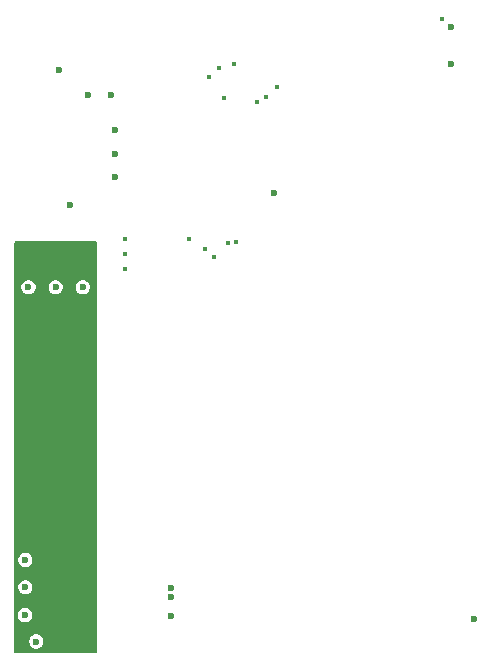
<source format=gbr>
%TF.GenerationSoftware,KiCad,Pcbnew,9.0.6*%
%TF.CreationDate,2026-01-17T11:58:25+01:00*%
%TF.ProjectId,peak,7065616b-2e6b-4696-9361-645f70636258,rev?*%
%TF.SameCoordinates,Original*%
%TF.FileFunction,Copper,L3,Inr*%
%TF.FilePolarity,Positive*%
%FSLAX46Y46*%
G04 Gerber Fmt 4.6, Leading zero omitted, Abs format (unit mm)*
G04 Created by KiCad (PCBNEW 9.0.6) date 2026-01-17 11:58:25*
%MOMM*%
%LPD*%
G01*
G04 APERTURE LIST*
%TA.AperFunction,ViaPad*%
%ADD10C,0.600000*%
%TD*%
%TA.AperFunction,ViaPad*%
%ADD11C,0.450000*%
%TD*%
G04 APERTURE END LIST*
D10*
%TO.N,GND*%
X200053100Y-124700001D03*
X200053100Y-125450001D03*
X200053100Y-127000001D03*
X188653100Y-129200001D03*
X187703100Y-126950001D03*
X187728100Y-124600001D03*
X187728100Y-122300001D03*
D11*
X223003100Y-76475001D03*
X205433100Y-80270001D03*
D10*
X191503100Y-92200001D03*
X195028100Y-82925001D03*
X190303100Y-99200001D03*
X208803100Y-91200001D03*
X188003100Y-99200001D03*
X223733100Y-77150001D03*
D11*
X203253100Y-81390001D03*
X209023100Y-82270001D03*
D10*
X193028100Y-82925001D03*
X195303100Y-89850001D03*
D11*
X208153100Y-83060001D03*
X204123100Y-80620001D03*
D10*
X192603100Y-99200001D03*
X190553100Y-80800001D03*
D11*
X207373100Y-83480001D03*
D10*
X223753100Y-80290001D03*
X195303100Y-85900001D03*
X225753100Y-127300001D03*
D11*
X204533100Y-83210001D03*
D10*
X195303100Y-87890001D03*
D11*
%TO.N,+3.3V*%
X201553100Y-95090001D03*
X205613100Y-95370001D03*
%TO.N,/MCU/FLASH_CS*%
X202963100Y-95935001D03*
X196153100Y-95090001D03*
%TO.N,/MCU/FLASH_WP*%
X196153100Y-97630001D03*
X203713100Y-96623001D03*
%TO.N,/MCU/FLASH_Q*%
X204853100Y-95440001D03*
X196153100Y-96360001D03*
%TD*%
%TA.AperFunction,Conductor*%
%TO.N,VBUS*%
G36*
X193746139Y-95319686D02*
G01*
X193791894Y-95372490D01*
X193803100Y-95424001D01*
X193803100Y-130076001D01*
X193783415Y-130143040D01*
X193730611Y-130188795D01*
X193679100Y-130200001D01*
X186927100Y-130200001D01*
X186860061Y-130180316D01*
X186814306Y-130127512D01*
X186803100Y-130076001D01*
X186803100Y-129120944D01*
X188052600Y-129120944D01*
X188052600Y-129279058D01*
X188091572Y-129424501D01*
X188093523Y-129431784D01*
X188093526Y-129431791D01*
X188172575Y-129568710D01*
X188172579Y-129568715D01*
X188172580Y-129568717D01*
X188284384Y-129680521D01*
X188284386Y-129680522D01*
X188284390Y-129680525D01*
X188420504Y-129759109D01*
X188421316Y-129759578D01*
X188574043Y-129800501D01*
X188574045Y-129800501D01*
X188732155Y-129800501D01*
X188732157Y-129800501D01*
X188884884Y-129759578D01*
X189021816Y-129680521D01*
X189133620Y-129568717D01*
X189212677Y-129431785D01*
X189253600Y-129279058D01*
X189253600Y-129120944D01*
X189212677Y-128968217D01*
X189212673Y-128968210D01*
X189133624Y-128831291D01*
X189133618Y-128831283D01*
X189021817Y-128719482D01*
X189021809Y-128719476D01*
X188884890Y-128640427D01*
X188884886Y-128640425D01*
X188884884Y-128640424D01*
X188732157Y-128599501D01*
X188574043Y-128599501D01*
X188421316Y-128640424D01*
X188421309Y-128640427D01*
X188284390Y-128719476D01*
X188284382Y-128719482D01*
X188172581Y-128831283D01*
X188172575Y-128831291D01*
X188093526Y-128968210D01*
X188093523Y-128968217D01*
X188052600Y-129120944D01*
X186803100Y-129120944D01*
X186803100Y-126870944D01*
X187102600Y-126870944D01*
X187102600Y-127029057D01*
X187143523Y-127181784D01*
X187143526Y-127181791D01*
X187222575Y-127318710D01*
X187222579Y-127318715D01*
X187222580Y-127318717D01*
X187334384Y-127430521D01*
X187334386Y-127430522D01*
X187334390Y-127430525D01*
X187471309Y-127509574D01*
X187471316Y-127509578D01*
X187624043Y-127550501D01*
X187624045Y-127550501D01*
X187782155Y-127550501D01*
X187782157Y-127550501D01*
X187934884Y-127509578D01*
X188071816Y-127430521D01*
X188183620Y-127318717D01*
X188262677Y-127181785D01*
X188303600Y-127029058D01*
X188303600Y-126870944D01*
X188262677Y-126718217D01*
X188262673Y-126718210D01*
X188183624Y-126581291D01*
X188183618Y-126581283D01*
X188071817Y-126469482D01*
X188071809Y-126469476D01*
X187934890Y-126390427D01*
X187934886Y-126390425D01*
X187934884Y-126390424D01*
X187782157Y-126349501D01*
X187624043Y-126349501D01*
X187471316Y-126390424D01*
X187471309Y-126390427D01*
X187334390Y-126469476D01*
X187334382Y-126469482D01*
X187222581Y-126581283D01*
X187222575Y-126581291D01*
X187143526Y-126718210D01*
X187143523Y-126718217D01*
X187102600Y-126870944D01*
X186803100Y-126870944D01*
X186803100Y-124520944D01*
X187127600Y-124520944D01*
X187127600Y-124679057D01*
X187168523Y-124831784D01*
X187168526Y-124831791D01*
X187247575Y-124968710D01*
X187247579Y-124968715D01*
X187247580Y-124968717D01*
X187359384Y-125080521D01*
X187359386Y-125080522D01*
X187359390Y-125080525D01*
X187496309Y-125159574D01*
X187496316Y-125159578D01*
X187649043Y-125200501D01*
X187649045Y-125200501D01*
X187807155Y-125200501D01*
X187807157Y-125200501D01*
X187959884Y-125159578D01*
X188096816Y-125080521D01*
X188208620Y-124968717D01*
X188287677Y-124831785D01*
X188328600Y-124679058D01*
X188328600Y-124520944D01*
X188287677Y-124368217D01*
X188287673Y-124368210D01*
X188208624Y-124231291D01*
X188208618Y-124231283D01*
X188096817Y-124119482D01*
X188096809Y-124119476D01*
X187959890Y-124040427D01*
X187959886Y-124040425D01*
X187959884Y-124040424D01*
X187807157Y-123999501D01*
X187649043Y-123999501D01*
X187496316Y-124040424D01*
X187496309Y-124040427D01*
X187359390Y-124119476D01*
X187359382Y-124119482D01*
X187247581Y-124231283D01*
X187247575Y-124231291D01*
X187168526Y-124368210D01*
X187168523Y-124368217D01*
X187127600Y-124520944D01*
X186803100Y-124520944D01*
X186803100Y-122220944D01*
X187127600Y-122220944D01*
X187127600Y-122379057D01*
X187168523Y-122531784D01*
X187168526Y-122531791D01*
X187247575Y-122668710D01*
X187247579Y-122668715D01*
X187247580Y-122668717D01*
X187359384Y-122780521D01*
X187359386Y-122780522D01*
X187359390Y-122780525D01*
X187496309Y-122859574D01*
X187496316Y-122859578D01*
X187649043Y-122900501D01*
X187649045Y-122900501D01*
X187807155Y-122900501D01*
X187807157Y-122900501D01*
X187959884Y-122859578D01*
X188096816Y-122780521D01*
X188208620Y-122668717D01*
X188287677Y-122531785D01*
X188328600Y-122379058D01*
X188328600Y-122220944D01*
X188287677Y-122068217D01*
X188287673Y-122068210D01*
X188208624Y-121931291D01*
X188208618Y-121931283D01*
X188096817Y-121819482D01*
X188096809Y-121819476D01*
X187959890Y-121740427D01*
X187959886Y-121740425D01*
X187959884Y-121740424D01*
X187807157Y-121699501D01*
X187649043Y-121699501D01*
X187496316Y-121740424D01*
X187496309Y-121740427D01*
X187359390Y-121819476D01*
X187359382Y-121819482D01*
X187247581Y-121931283D01*
X187247575Y-121931291D01*
X187168526Y-122068210D01*
X187168523Y-122068217D01*
X187127600Y-122220944D01*
X186803100Y-122220944D01*
X186803100Y-99120944D01*
X187402600Y-99120944D01*
X187402600Y-99279057D01*
X187443523Y-99431784D01*
X187443526Y-99431791D01*
X187522575Y-99568710D01*
X187522579Y-99568715D01*
X187522580Y-99568717D01*
X187634384Y-99680521D01*
X187634386Y-99680522D01*
X187634390Y-99680525D01*
X187771309Y-99759574D01*
X187771316Y-99759578D01*
X187924043Y-99800501D01*
X187924045Y-99800501D01*
X188082155Y-99800501D01*
X188082157Y-99800501D01*
X188234884Y-99759578D01*
X188371816Y-99680521D01*
X188483620Y-99568717D01*
X188562677Y-99431785D01*
X188603600Y-99279058D01*
X188603600Y-99120944D01*
X189702600Y-99120944D01*
X189702600Y-99279057D01*
X189743523Y-99431784D01*
X189743526Y-99431791D01*
X189822575Y-99568710D01*
X189822579Y-99568715D01*
X189822580Y-99568717D01*
X189934384Y-99680521D01*
X189934386Y-99680522D01*
X189934390Y-99680525D01*
X190071309Y-99759574D01*
X190071316Y-99759578D01*
X190224043Y-99800501D01*
X190224045Y-99800501D01*
X190382155Y-99800501D01*
X190382157Y-99800501D01*
X190534884Y-99759578D01*
X190671816Y-99680521D01*
X190783620Y-99568717D01*
X190862677Y-99431785D01*
X190903600Y-99279058D01*
X190903600Y-99120944D01*
X192002600Y-99120944D01*
X192002600Y-99279057D01*
X192043523Y-99431784D01*
X192043526Y-99431791D01*
X192122575Y-99568710D01*
X192122579Y-99568715D01*
X192122580Y-99568717D01*
X192234384Y-99680521D01*
X192234386Y-99680522D01*
X192234390Y-99680525D01*
X192371309Y-99759574D01*
X192371316Y-99759578D01*
X192524043Y-99800501D01*
X192524045Y-99800501D01*
X192682155Y-99800501D01*
X192682157Y-99800501D01*
X192834884Y-99759578D01*
X192971816Y-99680521D01*
X193083620Y-99568717D01*
X193162677Y-99431785D01*
X193203600Y-99279058D01*
X193203600Y-99120944D01*
X193162677Y-98968217D01*
X193162673Y-98968210D01*
X193083624Y-98831291D01*
X193083618Y-98831283D01*
X192971817Y-98719482D01*
X192971809Y-98719476D01*
X192834890Y-98640427D01*
X192834886Y-98640425D01*
X192834884Y-98640424D01*
X192682157Y-98599501D01*
X192524043Y-98599501D01*
X192371316Y-98640424D01*
X192371309Y-98640427D01*
X192234390Y-98719476D01*
X192234382Y-98719482D01*
X192122581Y-98831283D01*
X192122575Y-98831291D01*
X192043526Y-98968210D01*
X192043523Y-98968217D01*
X192002600Y-99120944D01*
X190903600Y-99120944D01*
X190862677Y-98968217D01*
X190862673Y-98968210D01*
X190783624Y-98831291D01*
X190783618Y-98831283D01*
X190671817Y-98719482D01*
X190671809Y-98719476D01*
X190534890Y-98640427D01*
X190534886Y-98640425D01*
X190534884Y-98640424D01*
X190382157Y-98599501D01*
X190224043Y-98599501D01*
X190071316Y-98640424D01*
X190071309Y-98640427D01*
X189934390Y-98719476D01*
X189934382Y-98719482D01*
X189822581Y-98831283D01*
X189822575Y-98831291D01*
X189743526Y-98968210D01*
X189743523Y-98968217D01*
X189702600Y-99120944D01*
X188603600Y-99120944D01*
X188562677Y-98968217D01*
X188562673Y-98968210D01*
X188483624Y-98831291D01*
X188483618Y-98831283D01*
X188371817Y-98719482D01*
X188371809Y-98719476D01*
X188234890Y-98640427D01*
X188234886Y-98640425D01*
X188234884Y-98640424D01*
X188082157Y-98599501D01*
X187924043Y-98599501D01*
X187771316Y-98640424D01*
X187771309Y-98640427D01*
X187634390Y-98719476D01*
X187634382Y-98719482D01*
X187522581Y-98831283D01*
X187522575Y-98831291D01*
X187443526Y-98968210D01*
X187443523Y-98968217D01*
X187402600Y-99120944D01*
X186803100Y-99120944D01*
X186803100Y-95424001D01*
X186822785Y-95356962D01*
X186875589Y-95311207D01*
X186927100Y-95300001D01*
X193679100Y-95300001D01*
X193746139Y-95319686D01*
G37*
%TD.AperFunction*%
%TD*%
M02*

</source>
